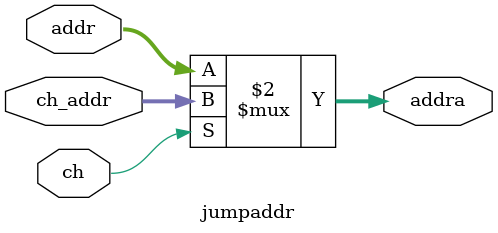
<source format=v>
`timescale 1ns / 1ps


module jumpaddr(
    input ch,
    input [31:0] ch_addr,
    input [31:0] addr,
    output [31:0] addra
);

assign addra = (ch == 1) ? ch_addr : addr;

endmodule
</source>
